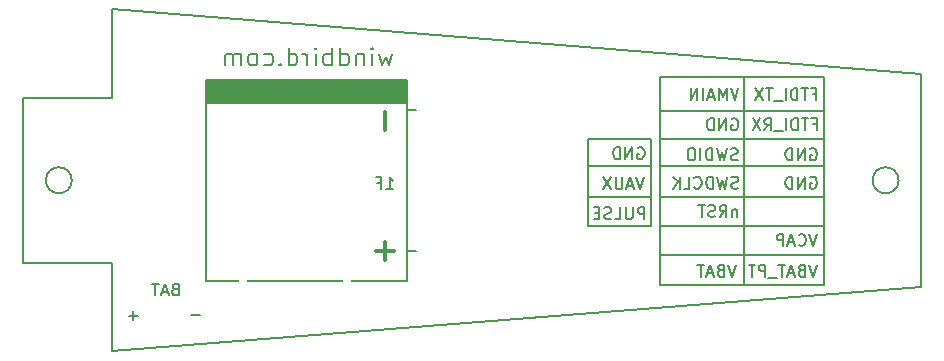
<source format=gbo>
G04 #@! TF.GenerationSoftware,KiCad,Pcbnew,5.1.5+dfsg1-2build2*
G04 #@! TF.CreationDate,2023-01-25T20:05:03+01:00*
G04 #@! TF.ProjectId,main,6d61696e-2e6b-4696-9361-645f70636258,rev?*
G04 #@! TF.SameCoordinates,Original*
G04 #@! TF.FileFunction,Legend,Bot*
G04 #@! TF.FilePolarity,Positive*
%FSLAX46Y46*%
G04 Gerber Fmt 4.6, Leading zero omitted, Abs format (unit mm)*
G04 Created by KiCad (PCBNEW 5.1.5+dfsg1-2build2) date 2023-01-25 20:05:03*
%MOMM*%
%LPD*%
G04 APERTURE LIST*
%ADD10C,0.200000*%
%ADD11C,0.150000*%
%ADD12C,0.100000*%
%ADD13C,0.300000*%
%ADD14R,1.800000X1.800000*%
%ADD15C,1.800000*%
%ADD16O,1.200000X1.750000*%
%ADD17R,1.700000X1.700000*%
%ADD18O,1.700000X1.700000*%
%ADD19C,0.750000*%
G04 APERTURE END LIST*
D10*
X128242857Y-89278571D02*
X127957142Y-90278571D01*
X127671428Y-89564285D01*
X127385714Y-90278571D01*
X127100000Y-89278571D01*
X126528571Y-90278571D02*
X126528571Y-89278571D01*
X126528571Y-88778571D02*
X126600000Y-88850000D01*
X126528571Y-88921428D01*
X126457142Y-88850000D01*
X126528571Y-88778571D01*
X126528571Y-88921428D01*
X125814285Y-89278571D02*
X125814285Y-90278571D01*
X125814285Y-89421428D02*
X125742857Y-89350000D01*
X125600000Y-89278571D01*
X125385714Y-89278571D01*
X125242857Y-89350000D01*
X125171428Y-89492857D01*
X125171428Y-90278571D01*
X123814285Y-90278571D02*
X123814285Y-88778571D01*
X123814285Y-90207142D02*
X123957142Y-90278571D01*
X124242857Y-90278571D01*
X124385714Y-90207142D01*
X124457142Y-90135714D01*
X124528571Y-89992857D01*
X124528571Y-89564285D01*
X124457142Y-89421428D01*
X124385714Y-89350000D01*
X124242857Y-89278571D01*
X123957142Y-89278571D01*
X123814285Y-89350000D01*
X123100000Y-90278571D02*
X123100000Y-88778571D01*
X123100000Y-89350000D02*
X122957142Y-89278571D01*
X122671428Y-89278571D01*
X122528571Y-89350000D01*
X122457142Y-89421428D01*
X122385714Y-89564285D01*
X122385714Y-89992857D01*
X122457142Y-90135714D01*
X122528571Y-90207142D01*
X122671428Y-90278571D01*
X122957142Y-90278571D01*
X123100000Y-90207142D01*
X121742857Y-90278571D02*
X121742857Y-89278571D01*
X121742857Y-88778571D02*
X121814285Y-88850000D01*
X121742857Y-88921428D01*
X121671428Y-88850000D01*
X121742857Y-88778571D01*
X121742857Y-88921428D01*
X121028571Y-90278571D02*
X121028571Y-89278571D01*
X121028571Y-89564285D02*
X120957142Y-89421428D01*
X120885714Y-89350000D01*
X120742857Y-89278571D01*
X120600000Y-89278571D01*
X119457142Y-90278571D02*
X119457142Y-88778571D01*
X119457142Y-90207142D02*
X119600000Y-90278571D01*
X119885714Y-90278571D01*
X120028571Y-90207142D01*
X120100000Y-90135714D01*
X120171428Y-89992857D01*
X120171428Y-89564285D01*
X120100000Y-89421428D01*
X120028571Y-89350000D01*
X119885714Y-89278571D01*
X119600000Y-89278571D01*
X119457142Y-89350000D01*
X118742857Y-90135714D02*
X118671428Y-90207142D01*
X118742857Y-90278571D01*
X118814285Y-90207142D01*
X118742857Y-90135714D01*
X118742857Y-90278571D01*
X117385714Y-90207142D02*
X117528571Y-90278571D01*
X117814285Y-90278571D01*
X117957142Y-90207142D01*
X118028571Y-90135714D01*
X118100000Y-89992857D01*
X118100000Y-89564285D01*
X118028571Y-89421428D01*
X117957142Y-89350000D01*
X117814285Y-89278571D01*
X117528571Y-89278571D01*
X117385714Y-89350000D01*
X116528571Y-90278571D02*
X116671428Y-90207142D01*
X116742857Y-90135714D01*
X116814285Y-89992857D01*
X116814285Y-89564285D01*
X116742857Y-89421428D01*
X116671428Y-89350000D01*
X116528571Y-89278571D01*
X116314285Y-89278571D01*
X116171428Y-89350000D01*
X116100000Y-89421428D01*
X116028571Y-89564285D01*
X116028571Y-89992857D01*
X116100000Y-90135714D01*
X116171428Y-90207142D01*
X116314285Y-90278571D01*
X116528571Y-90278571D01*
X115385714Y-90278571D02*
X115385714Y-89278571D01*
X115385714Y-89421428D02*
X115314285Y-89350000D01*
X115171428Y-89278571D01*
X114957142Y-89278571D01*
X114814285Y-89350000D01*
X114742857Y-89492857D01*
X114742857Y-90278571D01*
X114742857Y-89492857D02*
X114671428Y-89350000D01*
X114528571Y-89278571D01*
X114314285Y-89278571D01*
X114171428Y-89350000D01*
X114100000Y-89492857D01*
X114100000Y-90278571D01*
D11*
X150100000Y-98800000D02*
X144800000Y-98800000D01*
X150100000Y-101400000D02*
X144800000Y-101400000D01*
X150100000Y-96500000D02*
X150100000Y-103800000D01*
X144800000Y-103850000D02*
X144800000Y-96500000D01*
X150100000Y-103850000D02*
X144800000Y-103850000D01*
X150100000Y-96500000D02*
X144800000Y-96500000D01*
X150900000Y-94150000D02*
X164800000Y-94150000D01*
X164800000Y-96500000D02*
X150950000Y-96500000D01*
X164800000Y-98800000D02*
X150900000Y-98800000D01*
X164800000Y-101400000D02*
X150950000Y-101400000D01*
X164800000Y-103850000D02*
X150900000Y-103850000D01*
X164800000Y-106300000D02*
X150900000Y-106300000D01*
X158000000Y-91300000D02*
X158000000Y-108900000D01*
X150900000Y-91250000D02*
X164800000Y-91250000D01*
X150900000Y-108900000D02*
X150900000Y-91250000D01*
X164800000Y-108900000D02*
X150900000Y-108900000D01*
X164800000Y-91250000D02*
X164800000Y-108900000D01*
X164204761Y-107152380D02*
X163871428Y-108152380D01*
X163538095Y-107152380D01*
X162871428Y-107628571D02*
X162728571Y-107676190D01*
X162680952Y-107723809D01*
X162633333Y-107819047D01*
X162633333Y-107961904D01*
X162680952Y-108057142D01*
X162728571Y-108104761D01*
X162823809Y-108152380D01*
X163204761Y-108152380D01*
X163204761Y-107152380D01*
X162871428Y-107152380D01*
X162776190Y-107200000D01*
X162728571Y-107247619D01*
X162680952Y-107342857D01*
X162680952Y-107438095D01*
X162728571Y-107533333D01*
X162776190Y-107580952D01*
X162871428Y-107628571D01*
X163204761Y-107628571D01*
X162252380Y-107866666D02*
X161776190Y-107866666D01*
X162347619Y-108152380D02*
X162014285Y-107152380D01*
X161680952Y-108152380D01*
X161490476Y-107152380D02*
X160919047Y-107152380D01*
X161204761Y-108152380D02*
X161204761Y-107152380D01*
X160823809Y-108247619D02*
X160061904Y-108247619D01*
X159823809Y-108152380D02*
X159823809Y-107152380D01*
X159442857Y-107152380D01*
X159347619Y-107200000D01*
X159300000Y-107247619D01*
X159252380Y-107342857D01*
X159252380Y-107485714D01*
X159300000Y-107580952D01*
X159347619Y-107628571D01*
X159442857Y-107676190D01*
X159823809Y-107676190D01*
X158966666Y-107152380D02*
X158395238Y-107152380D01*
X158680952Y-108152380D02*
X158680952Y-107152380D01*
X157342857Y-107152380D02*
X157009523Y-108152380D01*
X156676190Y-107152380D01*
X156009523Y-107628571D02*
X155866666Y-107676190D01*
X155819047Y-107723809D01*
X155771428Y-107819047D01*
X155771428Y-107961904D01*
X155819047Y-108057142D01*
X155866666Y-108104761D01*
X155961904Y-108152380D01*
X156342857Y-108152380D01*
X156342857Y-107152380D01*
X156009523Y-107152380D01*
X155914285Y-107200000D01*
X155866666Y-107247619D01*
X155819047Y-107342857D01*
X155819047Y-107438095D01*
X155866666Y-107533333D01*
X155914285Y-107580952D01*
X156009523Y-107628571D01*
X156342857Y-107628571D01*
X155390476Y-107866666D02*
X154914285Y-107866666D01*
X155485714Y-108152380D02*
X155152380Y-107152380D01*
X154819047Y-108152380D01*
X154628571Y-107152380D02*
X154057142Y-107152380D01*
X154342857Y-108152380D02*
X154342857Y-107152380D01*
X164211904Y-104552380D02*
X163878571Y-105552380D01*
X163545238Y-104552380D01*
X162640476Y-105457142D02*
X162688095Y-105504761D01*
X162830952Y-105552380D01*
X162926190Y-105552380D01*
X163069047Y-105504761D01*
X163164285Y-105409523D01*
X163211904Y-105314285D01*
X163259523Y-105123809D01*
X163259523Y-104980952D01*
X163211904Y-104790476D01*
X163164285Y-104695238D01*
X163069047Y-104600000D01*
X162926190Y-104552380D01*
X162830952Y-104552380D01*
X162688095Y-104600000D01*
X162640476Y-104647619D01*
X162259523Y-105266666D02*
X161783333Y-105266666D01*
X162354761Y-105552380D02*
X162021428Y-104552380D01*
X161688095Y-105552380D01*
X161354761Y-105552380D02*
X161354761Y-104552380D01*
X160973809Y-104552380D01*
X160878571Y-104600000D01*
X160830952Y-104647619D01*
X160783333Y-104742857D01*
X160783333Y-104885714D01*
X160830952Y-104980952D01*
X160878571Y-105028571D01*
X160973809Y-105076190D01*
X161354761Y-105076190D01*
X163611904Y-99750000D02*
X163707142Y-99702380D01*
X163850000Y-99702380D01*
X163992857Y-99750000D01*
X164088095Y-99845238D01*
X164135714Y-99940476D01*
X164183333Y-100130952D01*
X164183333Y-100273809D01*
X164135714Y-100464285D01*
X164088095Y-100559523D01*
X163992857Y-100654761D01*
X163850000Y-100702380D01*
X163754761Y-100702380D01*
X163611904Y-100654761D01*
X163564285Y-100607142D01*
X163564285Y-100273809D01*
X163754761Y-100273809D01*
X163135714Y-100702380D02*
X163135714Y-99702380D01*
X162564285Y-100702380D01*
X162564285Y-99702380D01*
X162088095Y-100702380D02*
X162088095Y-99702380D01*
X161850000Y-99702380D01*
X161707142Y-99750000D01*
X161611904Y-99845238D01*
X161564285Y-99940476D01*
X161516666Y-100130952D01*
X161516666Y-100273809D01*
X161564285Y-100464285D01*
X161611904Y-100559523D01*
X161707142Y-100654761D01*
X161850000Y-100702380D01*
X162088095Y-100702380D01*
X157421428Y-102435714D02*
X157421428Y-103102380D01*
X157421428Y-102530952D02*
X157373809Y-102483333D01*
X157278571Y-102435714D01*
X157135714Y-102435714D01*
X157040476Y-102483333D01*
X156992857Y-102578571D01*
X156992857Y-103102380D01*
X155945238Y-103102380D02*
X156278571Y-102626190D01*
X156516666Y-103102380D02*
X156516666Y-102102380D01*
X156135714Y-102102380D01*
X156040476Y-102150000D01*
X155992857Y-102197619D01*
X155945238Y-102292857D01*
X155945238Y-102435714D01*
X155992857Y-102530952D01*
X156040476Y-102578571D01*
X156135714Y-102626190D01*
X156516666Y-102626190D01*
X155564285Y-103054761D02*
X155421428Y-103102380D01*
X155183333Y-103102380D01*
X155088095Y-103054761D01*
X155040476Y-103007142D01*
X154992857Y-102911904D01*
X154992857Y-102816666D01*
X155040476Y-102721428D01*
X155088095Y-102673809D01*
X155183333Y-102626190D01*
X155373809Y-102578571D01*
X155469047Y-102530952D01*
X155516666Y-102483333D01*
X155564285Y-102388095D01*
X155564285Y-102292857D01*
X155516666Y-102197619D01*
X155469047Y-102150000D01*
X155373809Y-102102380D01*
X155135714Y-102102380D01*
X154992857Y-102150000D01*
X154707142Y-102102380D02*
X154135714Y-102102380D01*
X154421428Y-103102380D02*
X154421428Y-102102380D01*
X157511904Y-100654761D02*
X157369047Y-100702380D01*
X157130952Y-100702380D01*
X157035714Y-100654761D01*
X156988095Y-100607142D01*
X156940476Y-100511904D01*
X156940476Y-100416666D01*
X156988095Y-100321428D01*
X157035714Y-100273809D01*
X157130952Y-100226190D01*
X157321428Y-100178571D01*
X157416666Y-100130952D01*
X157464285Y-100083333D01*
X157511904Y-99988095D01*
X157511904Y-99892857D01*
X157464285Y-99797619D01*
X157416666Y-99750000D01*
X157321428Y-99702380D01*
X157083333Y-99702380D01*
X156940476Y-99750000D01*
X156607142Y-99702380D02*
X156369047Y-100702380D01*
X156178571Y-99988095D01*
X155988095Y-100702380D01*
X155750000Y-99702380D01*
X155369047Y-100702380D02*
X155369047Y-99702380D01*
X155130952Y-99702380D01*
X154988095Y-99750000D01*
X154892857Y-99845238D01*
X154845238Y-99940476D01*
X154797619Y-100130952D01*
X154797619Y-100273809D01*
X154845238Y-100464285D01*
X154892857Y-100559523D01*
X154988095Y-100654761D01*
X155130952Y-100702380D01*
X155369047Y-100702380D01*
X153797619Y-100607142D02*
X153845238Y-100654761D01*
X153988095Y-100702380D01*
X154083333Y-100702380D01*
X154226190Y-100654761D01*
X154321428Y-100559523D01*
X154369047Y-100464285D01*
X154416666Y-100273809D01*
X154416666Y-100130952D01*
X154369047Y-99940476D01*
X154321428Y-99845238D01*
X154226190Y-99750000D01*
X154083333Y-99702380D01*
X153988095Y-99702380D01*
X153845238Y-99750000D01*
X153797619Y-99797619D01*
X152892857Y-100702380D02*
X153369047Y-100702380D01*
X153369047Y-99702380D01*
X152559523Y-100702380D02*
X152559523Y-99702380D01*
X151988095Y-100702380D02*
X152416666Y-100130952D01*
X151988095Y-99702380D02*
X152559523Y-100273809D01*
X163611904Y-97360000D02*
X163707142Y-97312380D01*
X163850000Y-97312380D01*
X163992857Y-97360000D01*
X164088095Y-97455238D01*
X164135714Y-97550476D01*
X164183333Y-97740952D01*
X164183333Y-97883809D01*
X164135714Y-98074285D01*
X164088095Y-98169523D01*
X163992857Y-98264761D01*
X163850000Y-98312380D01*
X163754761Y-98312380D01*
X163611904Y-98264761D01*
X163564285Y-98217142D01*
X163564285Y-97883809D01*
X163754761Y-97883809D01*
X163135714Y-98312380D02*
X163135714Y-97312380D01*
X162564285Y-98312380D01*
X162564285Y-97312380D01*
X162088095Y-98312380D02*
X162088095Y-97312380D01*
X161850000Y-97312380D01*
X161707142Y-97360000D01*
X161611904Y-97455238D01*
X161564285Y-97550476D01*
X161516666Y-97740952D01*
X161516666Y-97883809D01*
X161564285Y-98074285D01*
X161611904Y-98169523D01*
X161707142Y-98264761D01*
X161850000Y-98312380D01*
X162088095Y-98312380D01*
X157469047Y-98264761D02*
X157326190Y-98312380D01*
X157088095Y-98312380D01*
X156992857Y-98264761D01*
X156945238Y-98217142D01*
X156897619Y-98121904D01*
X156897619Y-98026666D01*
X156945238Y-97931428D01*
X156992857Y-97883809D01*
X157088095Y-97836190D01*
X157278571Y-97788571D01*
X157373809Y-97740952D01*
X157421428Y-97693333D01*
X157469047Y-97598095D01*
X157469047Y-97502857D01*
X157421428Y-97407619D01*
X157373809Y-97360000D01*
X157278571Y-97312380D01*
X157040476Y-97312380D01*
X156897619Y-97360000D01*
X156564285Y-97312380D02*
X156326190Y-98312380D01*
X156135714Y-97598095D01*
X155945238Y-98312380D01*
X155707142Y-97312380D01*
X155326190Y-98312380D02*
X155326190Y-97312380D01*
X155088095Y-97312380D01*
X154945238Y-97360000D01*
X154850000Y-97455238D01*
X154802380Y-97550476D01*
X154754761Y-97740952D01*
X154754761Y-97883809D01*
X154802380Y-98074285D01*
X154850000Y-98169523D01*
X154945238Y-98264761D01*
X155088095Y-98312380D01*
X155326190Y-98312380D01*
X154326190Y-98312380D02*
X154326190Y-97312380D01*
X153659523Y-97312380D02*
X153469047Y-97312380D01*
X153373809Y-97360000D01*
X153278571Y-97455238D01*
X153230952Y-97645714D01*
X153230952Y-97979047D01*
X153278571Y-98169523D01*
X153373809Y-98264761D01*
X153469047Y-98312380D01*
X153659523Y-98312380D01*
X153754761Y-98264761D01*
X153850000Y-98169523D01*
X153897619Y-97979047D01*
X153897619Y-97645714D01*
X153850000Y-97455238D01*
X153754761Y-97360000D01*
X153659523Y-97312380D01*
X163833333Y-95248571D02*
X164166666Y-95248571D01*
X164166666Y-95772380D02*
X164166666Y-94772380D01*
X163690476Y-94772380D01*
X163452380Y-94772380D02*
X162880952Y-94772380D01*
X163166666Y-95772380D02*
X163166666Y-94772380D01*
X162547619Y-95772380D02*
X162547619Y-94772380D01*
X162309523Y-94772380D01*
X162166666Y-94820000D01*
X162071428Y-94915238D01*
X162023809Y-95010476D01*
X161976190Y-95200952D01*
X161976190Y-95343809D01*
X162023809Y-95534285D01*
X162071428Y-95629523D01*
X162166666Y-95724761D01*
X162309523Y-95772380D01*
X162547619Y-95772380D01*
X161547619Y-95772380D02*
X161547619Y-94772380D01*
X161309523Y-95867619D02*
X160547619Y-95867619D01*
X159738095Y-95772380D02*
X160071428Y-95296190D01*
X160309523Y-95772380D02*
X160309523Y-94772380D01*
X159928571Y-94772380D01*
X159833333Y-94820000D01*
X159785714Y-94867619D01*
X159738095Y-94962857D01*
X159738095Y-95105714D01*
X159785714Y-95200952D01*
X159833333Y-95248571D01*
X159928571Y-95296190D01*
X160309523Y-95296190D01*
X159404761Y-94772380D02*
X158738095Y-95772380D01*
X158738095Y-94772380D02*
X159404761Y-95772380D01*
X156961904Y-94820000D02*
X157057142Y-94772380D01*
X157200000Y-94772380D01*
X157342857Y-94820000D01*
X157438095Y-94915238D01*
X157485714Y-95010476D01*
X157533333Y-95200952D01*
X157533333Y-95343809D01*
X157485714Y-95534285D01*
X157438095Y-95629523D01*
X157342857Y-95724761D01*
X157200000Y-95772380D01*
X157104761Y-95772380D01*
X156961904Y-95724761D01*
X156914285Y-95677142D01*
X156914285Y-95343809D01*
X157104761Y-95343809D01*
X156485714Y-95772380D02*
X156485714Y-94772380D01*
X155914285Y-95772380D01*
X155914285Y-94772380D01*
X155438095Y-95772380D02*
X155438095Y-94772380D01*
X155200000Y-94772380D01*
X155057142Y-94820000D01*
X154961904Y-94915238D01*
X154914285Y-95010476D01*
X154866666Y-95200952D01*
X154866666Y-95343809D01*
X154914285Y-95534285D01*
X154961904Y-95629523D01*
X155057142Y-95724761D01*
X155200000Y-95772380D01*
X155438095Y-95772380D01*
X163814285Y-92708571D02*
X164147619Y-92708571D01*
X164147619Y-93232380D02*
X164147619Y-92232380D01*
X163671428Y-92232380D01*
X163433333Y-92232380D02*
X162861904Y-92232380D01*
X163147619Y-93232380D02*
X163147619Y-92232380D01*
X162528571Y-93232380D02*
X162528571Y-92232380D01*
X162290476Y-92232380D01*
X162147619Y-92280000D01*
X162052380Y-92375238D01*
X162004761Y-92470476D01*
X161957142Y-92660952D01*
X161957142Y-92803809D01*
X162004761Y-92994285D01*
X162052380Y-93089523D01*
X162147619Y-93184761D01*
X162290476Y-93232380D01*
X162528571Y-93232380D01*
X161528571Y-93232380D02*
X161528571Y-92232380D01*
X161290476Y-93327619D02*
X160528571Y-93327619D01*
X160433333Y-92232380D02*
X159861904Y-92232380D01*
X160147619Y-93232380D02*
X160147619Y-92232380D01*
X159623809Y-92232380D02*
X158957142Y-93232380D01*
X158957142Y-92232380D02*
X159623809Y-93232380D01*
X157545238Y-92232380D02*
X157211904Y-93232380D01*
X156878571Y-92232380D01*
X156545238Y-93232380D02*
X156545238Y-92232380D01*
X156211904Y-92946666D01*
X155878571Y-92232380D01*
X155878571Y-93232380D01*
X155450000Y-92946666D02*
X154973809Y-92946666D01*
X155545238Y-93232380D02*
X155211904Y-92232380D01*
X154878571Y-93232380D01*
X154545238Y-93232380D02*
X154545238Y-92232380D01*
X154069047Y-93232380D02*
X154069047Y-92232380D01*
X153497619Y-93232380D01*
X153497619Y-92232380D01*
X129500000Y-105950000D02*
X130250000Y-105950000D01*
X129500000Y-94050000D02*
X130250000Y-94050000D01*
X127742857Y-100752380D02*
X128314285Y-100752380D01*
X128028571Y-100752380D02*
X128028571Y-99752380D01*
X128123809Y-99895238D01*
X128219047Y-99990476D01*
X128314285Y-100038095D01*
X126980952Y-100228571D02*
X127314285Y-100228571D01*
X127314285Y-100752380D02*
X127314285Y-99752380D01*
X126838095Y-99752380D01*
X149571904Y-99752380D02*
X149238571Y-100752380D01*
X148905238Y-99752380D01*
X148619523Y-100466666D02*
X148143333Y-100466666D01*
X148714761Y-100752380D02*
X148381428Y-99752380D01*
X148048095Y-100752380D01*
X147714761Y-99752380D02*
X147714761Y-100561904D01*
X147667142Y-100657142D01*
X147619523Y-100704761D01*
X147524285Y-100752380D01*
X147333809Y-100752380D01*
X147238571Y-100704761D01*
X147190952Y-100657142D01*
X147143333Y-100561904D01*
X147143333Y-99752380D01*
X146762380Y-99752380D02*
X146095714Y-100752380D01*
X146095714Y-99752380D02*
X146762380Y-100752380D01*
X149021904Y-97260000D02*
X149117142Y-97212380D01*
X149260000Y-97212380D01*
X149402857Y-97260000D01*
X149498095Y-97355238D01*
X149545714Y-97450476D01*
X149593333Y-97640952D01*
X149593333Y-97783809D01*
X149545714Y-97974285D01*
X149498095Y-98069523D01*
X149402857Y-98164761D01*
X149260000Y-98212380D01*
X149164761Y-98212380D01*
X149021904Y-98164761D01*
X148974285Y-98117142D01*
X148974285Y-97783809D01*
X149164761Y-97783809D01*
X148545714Y-98212380D02*
X148545714Y-97212380D01*
X147974285Y-98212380D01*
X147974285Y-97212380D01*
X147498095Y-98212380D02*
X147498095Y-97212380D01*
X147260000Y-97212380D01*
X147117142Y-97260000D01*
X147021904Y-97355238D01*
X146974285Y-97450476D01*
X146926666Y-97640952D01*
X146926666Y-97783809D01*
X146974285Y-97974285D01*
X147021904Y-98069523D01*
X147117142Y-98164761D01*
X147260000Y-98212380D01*
X147498095Y-98212380D01*
X149579047Y-103292380D02*
X149579047Y-102292380D01*
X149198095Y-102292380D01*
X149102857Y-102340000D01*
X149055238Y-102387619D01*
X149007619Y-102482857D01*
X149007619Y-102625714D01*
X149055238Y-102720952D01*
X149102857Y-102768571D01*
X149198095Y-102816190D01*
X149579047Y-102816190D01*
X148579047Y-102292380D02*
X148579047Y-103101904D01*
X148531428Y-103197142D01*
X148483809Y-103244761D01*
X148388571Y-103292380D01*
X148198095Y-103292380D01*
X148102857Y-103244761D01*
X148055238Y-103197142D01*
X148007619Y-103101904D01*
X148007619Y-102292380D01*
X147055238Y-103292380D02*
X147531428Y-103292380D01*
X147531428Y-102292380D01*
X146769523Y-103244761D02*
X146626666Y-103292380D01*
X146388571Y-103292380D01*
X146293333Y-103244761D01*
X146245714Y-103197142D01*
X146198095Y-103101904D01*
X146198095Y-103006666D01*
X146245714Y-102911428D01*
X146293333Y-102863809D01*
X146388571Y-102816190D01*
X146579047Y-102768571D01*
X146674285Y-102720952D01*
X146721904Y-102673333D01*
X146769523Y-102578095D01*
X146769523Y-102482857D01*
X146721904Y-102387619D01*
X146674285Y-102340000D01*
X146579047Y-102292380D01*
X146340952Y-102292380D01*
X146198095Y-102340000D01*
X145769523Y-102768571D02*
X145436190Y-102768571D01*
X145293333Y-103292380D02*
X145769523Y-103292380D01*
X145769523Y-102292380D01*
X145293333Y-102292380D01*
X109838095Y-109228571D02*
X109695238Y-109276190D01*
X109647619Y-109323809D01*
X109600000Y-109419047D01*
X109600000Y-109561904D01*
X109647619Y-109657142D01*
X109695238Y-109704761D01*
X109790476Y-109752380D01*
X110171428Y-109752380D01*
X110171428Y-108752380D01*
X109838095Y-108752380D01*
X109742857Y-108800000D01*
X109695238Y-108847619D01*
X109647619Y-108942857D01*
X109647619Y-109038095D01*
X109695238Y-109133333D01*
X109742857Y-109180952D01*
X109838095Y-109228571D01*
X110171428Y-109228571D01*
X109219047Y-109466666D02*
X108742857Y-109466666D01*
X109314285Y-109752380D02*
X108980952Y-108752380D01*
X108647619Y-109752380D01*
X108457142Y-108752380D02*
X107885714Y-108752380D01*
X108171428Y-109752380D02*
X108171428Y-108752380D01*
X106680952Y-111471428D02*
X105919047Y-111471428D01*
X106300000Y-111852380D02*
X106300000Y-111090476D01*
X111930952Y-111421428D02*
X111169047Y-111421428D01*
X171100000Y-100000000D02*
G75*
G03X171100000Y-100000000I-1100000J0D01*
G01*
X101100000Y-100000000D02*
G75*
G03X101100000Y-100000000I-1100000J0D01*
G01*
X97000000Y-93000000D02*
X97000000Y-107000000D01*
X104500000Y-85500000D02*
X104500000Y-93000000D01*
X104500000Y-114500000D02*
X104500000Y-107000000D01*
X104500000Y-107000000D02*
X97000000Y-107000000D01*
X104500000Y-93000000D02*
X97000000Y-93000000D01*
X104500000Y-114500000D02*
X173000000Y-109000000D01*
X173000000Y-91000000D02*
X173000000Y-109000000D01*
X104500000Y-85500000D02*
X173000000Y-91000000D01*
D12*
G36*
X129500000Y-93500000D02*
G01*
X129500000Y-91500000D01*
X112500000Y-91500000D01*
X112500000Y-93500000D01*
X129500000Y-93500000D01*
G37*
X129500000Y-93500000D02*
X129500000Y-91500000D01*
X112500000Y-91500000D01*
X112500000Y-93500000D01*
X129500000Y-93500000D01*
D11*
X112500000Y-108500000D02*
X112500000Y-91500000D01*
X129500000Y-108500000D02*
X112500000Y-108500000D01*
X129500000Y-91500000D02*
X129500000Y-108500000D01*
X112500000Y-91500000D02*
X129500000Y-91500000D01*
D13*
X127642857Y-105238095D02*
X127642857Y-106761904D01*
X128404761Y-106000000D02*
X126880952Y-106000000D01*
X127642857Y-94238095D02*
X127642857Y-95761904D01*
%LPC*%
D14*
X128720000Y-110000000D03*
D15*
X131260000Y-110000000D03*
D11*
G36*
X135868612Y-104603371D02*
G01*
X135936563Y-104613450D01*
X136003199Y-104630142D01*
X136067878Y-104653284D01*
X136129978Y-104682655D01*
X136188899Y-104717971D01*
X136244075Y-104758893D01*
X136294975Y-104805025D01*
X136341107Y-104855925D01*
X136382029Y-104911101D01*
X136417345Y-104970022D01*
X136446716Y-105032122D01*
X136469858Y-105096801D01*
X136486550Y-105163437D01*
X136496629Y-105231388D01*
X136500000Y-105300000D01*
X136500000Y-106700000D01*
X136496629Y-106768612D01*
X136486550Y-106836563D01*
X136469858Y-106903199D01*
X136446716Y-106967878D01*
X136417345Y-107029978D01*
X136382029Y-107088899D01*
X136341107Y-107144075D01*
X136294975Y-107194975D01*
X136244075Y-107241107D01*
X136188899Y-107282029D01*
X136129978Y-107317345D01*
X136067878Y-107346716D01*
X136003199Y-107369858D01*
X135936563Y-107386550D01*
X135868612Y-107396629D01*
X135800000Y-107400000D01*
X131200000Y-107400000D01*
X131131388Y-107396629D01*
X131063437Y-107386550D01*
X130996801Y-107369858D01*
X130932122Y-107346716D01*
X130870022Y-107317345D01*
X130811101Y-107282029D01*
X130755925Y-107241107D01*
X130705025Y-107194975D01*
X130658893Y-107144075D01*
X130617971Y-107088899D01*
X130582655Y-107029978D01*
X130553284Y-106967878D01*
X130530142Y-106903199D01*
X130513450Y-106836563D01*
X130503371Y-106768612D01*
X130500000Y-106700000D01*
X130500000Y-105300000D01*
X130503371Y-105231388D01*
X130513450Y-105163437D01*
X130530142Y-105096801D01*
X130553284Y-105032122D01*
X130582655Y-104970022D01*
X130617971Y-104911101D01*
X130658893Y-104855925D01*
X130705025Y-104805025D01*
X130755925Y-104758893D01*
X130811101Y-104717971D01*
X130870022Y-104682655D01*
X130932122Y-104653284D01*
X130996801Y-104630142D01*
X131063437Y-104613450D01*
X131131388Y-104603371D01*
X131200000Y-104600000D01*
X135800000Y-104600000D01*
X135868612Y-104603371D01*
G37*
G36*
X135868612Y-92603371D02*
G01*
X135936563Y-92613450D01*
X136003199Y-92630142D01*
X136067878Y-92653284D01*
X136129978Y-92682655D01*
X136188899Y-92717971D01*
X136244075Y-92758893D01*
X136294975Y-92805025D01*
X136341107Y-92855925D01*
X136382029Y-92911101D01*
X136417345Y-92970022D01*
X136446716Y-93032122D01*
X136469858Y-93096801D01*
X136486550Y-93163437D01*
X136496629Y-93231388D01*
X136500000Y-93300000D01*
X136500000Y-94700000D01*
X136496629Y-94768612D01*
X136486550Y-94836563D01*
X136469858Y-94903199D01*
X136446716Y-94967878D01*
X136417345Y-95029978D01*
X136382029Y-95088899D01*
X136341107Y-95144075D01*
X136294975Y-95194975D01*
X136244075Y-95241107D01*
X136188899Y-95282029D01*
X136129978Y-95317345D01*
X136067878Y-95346716D01*
X136003199Y-95369858D01*
X135936563Y-95386550D01*
X135868612Y-95396629D01*
X135800000Y-95400000D01*
X131200000Y-95400000D01*
X131131388Y-95396629D01*
X131063437Y-95386550D01*
X130996801Y-95369858D01*
X130932122Y-95346716D01*
X130870022Y-95317345D01*
X130811101Y-95282029D01*
X130755925Y-95241107D01*
X130705025Y-95194975D01*
X130658893Y-95144075D01*
X130617971Y-95088899D01*
X130582655Y-95029978D01*
X130553284Y-94967878D01*
X130530142Y-94903199D01*
X130513450Y-94836563D01*
X130503371Y-94768612D01*
X130500000Y-94700000D01*
X130500000Y-93300000D01*
X130503371Y-93231388D01*
X130513450Y-93163437D01*
X130530142Y-93096801D01*
X130553284Y-93032122D01*
X130582655Y-92970022D01*
X130617971Y-92911101D01*
X130658893Y-92855925D01*
X130705025Y-92805025D01*
X130755925Y-92758893D01*
X130811101Y-92717971D01*
X130870022Y-92682655D01*
X130932122Y-92653284D01*
X130996801Y-92630142D01*
X131063437Y-92613450D01*
X131131388Y-92603371D01*
X131200000Y-92600000D01*
X135800000Y-92600000D01*
X135868612Y-92603371D01*
G37*
G36*
X110374505Y-110526204D02*
G01*
X110398773Y-110529804D01*
X110422572Y-110535765D01*
X110445671Y-110544030D01*
X110467850Y-110554520D01*
X110488893Y-110567132D01*
X110508599Y-110581747D01*
X110526777Y-110598223D01*
X110543253Y-110616401D01*
X110557868Y-110636107D01*
X110570480Y-110657150D01*
X110580970Y-110679329D01*
X110589235Y-110702428D01*
X110595196Y-110726227D01*
X110598796Y-110750495D01*
X110600000Y-110774999D01*
X110600000Y-112025001D01*
X110598796Y-112049505D01*
X110595196Y-112073773D01*
X110589235Y-112097572D01*
X110580970Y-112120671D01*
X110570480Y-112142850D01*
X110557868Y-112163893D01*
X110543253Y-112183599D01*
X110526777Y-112201777D01*
X110508599Y-112218253D01*
X110488893Y-112232868D01*
X110467850Y-112245480D01*
X110445671Y-112255970D01*
X110422572Y-112264235D01*
X110398773Y-112270196D01*
X110374505Y-112273796D01*
X110350001Y-112275000D01*
X109649999Y-112275000D01*
X109625495Y-112273796D01*
X109601227Y-112270196D01*
X109577428Y-112264235D01*
X109554329Y-112255970D01*
X109532150Y-112245480D01*
X109511107Y-112232868D01*
X109491401Y-112218253D01*
X109473223Y-112201777D01*
X109456747Y-112183599D01*
X109442132Y-112163893D01*
X109429520Y-112142850D01*
X109419030Y-112120671D01*
X109410765Y-112097572D01*
X109404804Y-112073773D01*
X109401204Y-112049505D01*
X109400000Y-112025001D01*
X109400000Y-110774999D01*
X109401204Y-110750495D01*
X109404804Y-110726227D01*
X109410765Y-110702428D01*
X109419030Y-110679329D01*
X109429520Y-110657150D01*
X109442132Y-110636107D01*
X109456747Y-110616401D01*
X109473223Y-110598223D01*
X109491401Y-110581747D01*
X109511107Y-110567132D01*
X109532150Y-110554520D01*
X109554329Y-110544030D01*
X109577428Y-110535765D01*
X109601227Y-110529804D01*
X109625495Y-110526204D01*
X109649999Y-110525000D01*
X110350001Y-110525000D01*
X110374505Y-110526204D01*
G37*
D16*
X108000000Y-111400000D03*
D17*
X104500000Y-97460000D03*
D18*
X104500000Y-100000000D03*
X104500000Y-102540000D03*
D19*
X124400000Y-108500000D03*
X115600000Y-108500000D03*
D17*
X107610000Y-90900000D03*
D18*
X110150000Y-90900000D03*
X107610000Y-93440000D03*
X110150000Y-93440000D03*
X107610000Y-95980000D03*
X110150000Y-95980000D03*
X107610000Y-98520000D03*
X110150000Y-98520000D03*
X107610000Y-101060000D03*
X110150000Y-101060000D03*
X107610000Y-103600000D03*
X110150000Y-103600000D03*
X107610000Y-106140000D03*
X110150000Y-106140000D03*
M02*

</source>
